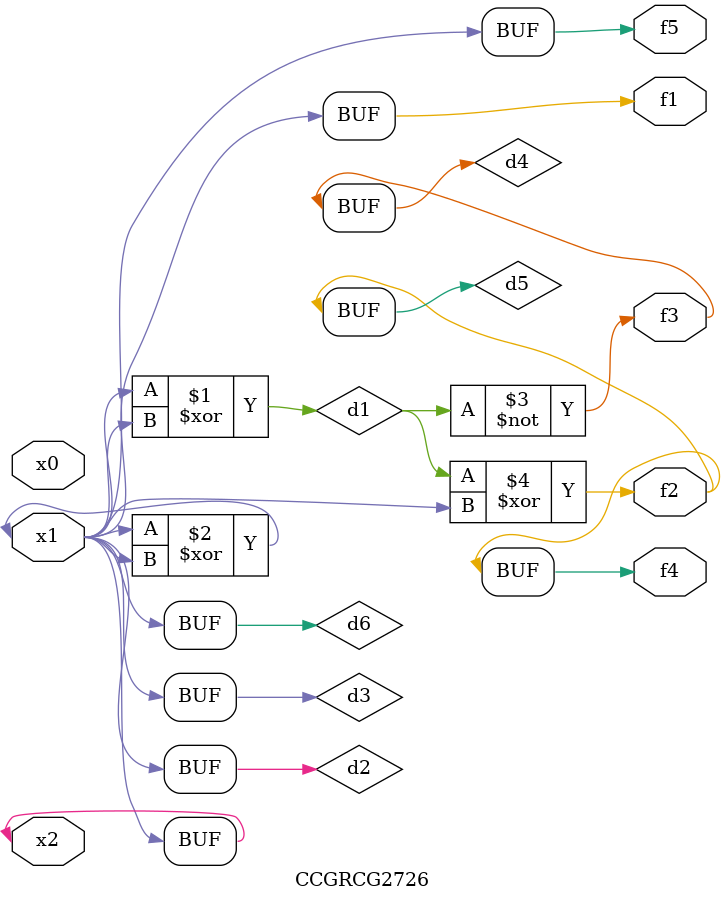
<source format=v>
module CCGRCG2726(
	input x0, x1, x2,
	output f1, f2, f3, f4, f5
);

	wire d1, d2, d3, d4, d5, d6;

	xor (d1, x1, x2);
	buf (d2, x1, x2);
	xor (d3, x1, x2);
	nor (d4, d1);
	xor (d5, d1, d2);
	buf (d6, d2, d3);
	assign f1 = d6;
	assign f2 = d5;
	assign f3 = d4;
	assign f4 = d5;
	assign f5 = d6;
endmodule

</source>
